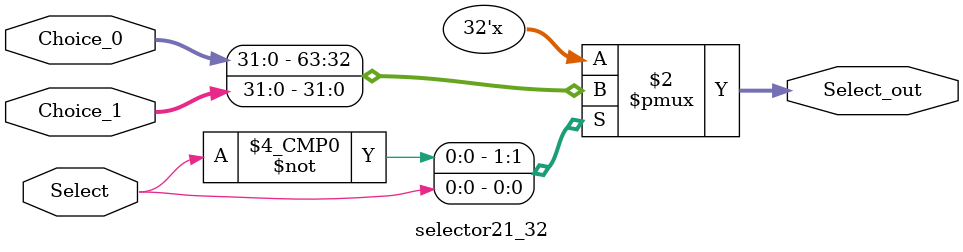
<source format=v>
`timescale 1ns / 1ps


module selector21_32(
	input [31:0] Choice_0 , Choice_1,
	input Select,
	output reg [31:0] Select_out
);

	always@(*)
	begin
		case(Select)
			1'b0: Select_out = Choice_0;
			1'b1: Select_out = Choice_1;
		endcase
	end
endmodule

</source>
